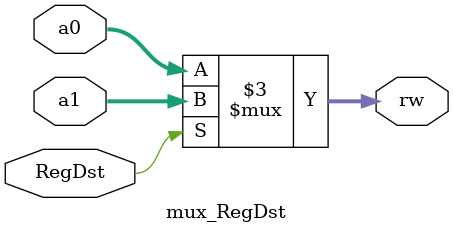
<source format=v>
module mux_RegDst(a1,a0,rw,RegDst);
  input[4:0]a1,a0;
  input RegDst;
  output reg[4:0]rw;

always@(*)begin
  if(RegDst)rw=a1;
  else rw=a0;
  end
endmodule
</source>
